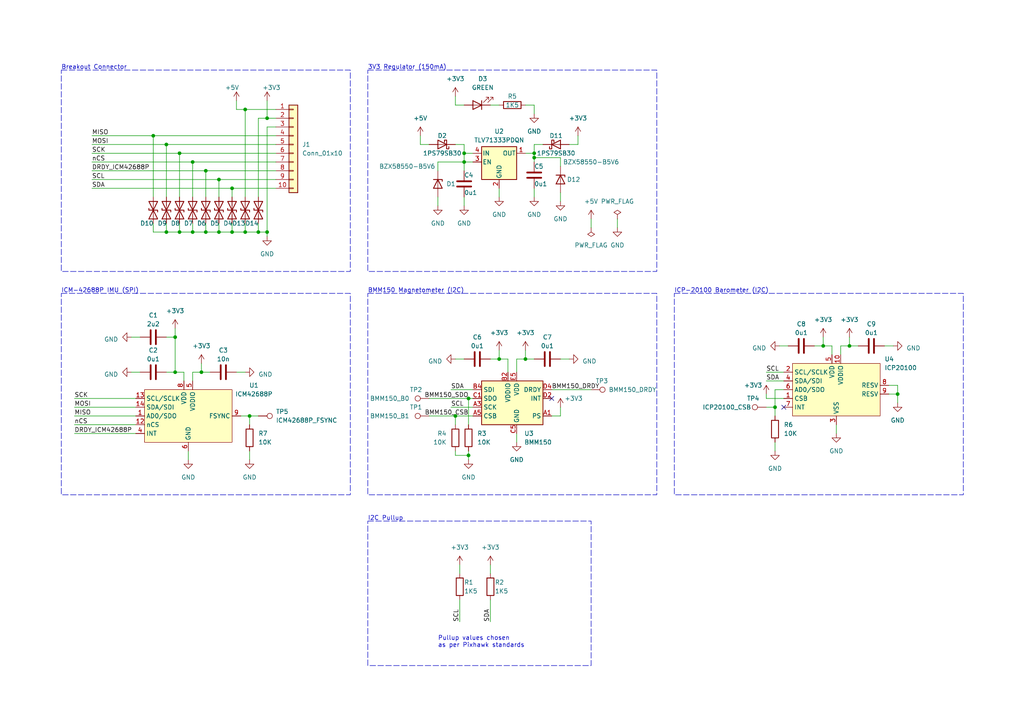
<source format=kicad_sch>
(kicad_sch (version 20230121) (generator eeschema)
  (paper "A4")
  (title_block (title "Picosensor Breakout Board") (rev "1"))
  (lib_symbols
    (symbol "Connector:TestPoint" (pin_numbers hide) (pin_names (offset 0.762) hide)
      (property "Reference" "TP" (at 0 6.858 0))
      (property "Value" "TestPoint" (at 0 5.08 0))
      (symbol "TestPoint_0_1"
        (circle (center 0 3.302) (radius 0.762))
      )
      (symbol "TestPoint_1_1"
        (pin passive line (at 0 0 90) (length 2.54) (name "1") (number "1"))
      )
    )
    (symbol "Connector_Generic:Conn_01x10" (pin_names (offset 1.016) hide)
      (property "Reference" "J" (at 0 12.7 0))
      (property "Value" "Conn_01x10" (at 0 -15.24 0))
      (symbol "Conn_01x10_1_1"
        (rectangle (start -1.27 -12.573) (end 0 -12.827) (stroke (width 0.1524)))
        (rectangle (start -1.27 -10.033) (end 0 -10.287) (stroke (width 0.1524)))
        (rectangle (start -1.27 -7.493) (end 0 -7.747) (stroke (width 0.1524)))
        (rectangle (start -1.27 -4.953) (end 0 -5.207) (stroke (width 0.1524)))
        (rectangle (start -1.27 -2.413) (end 0 -2.667) (stroke (width 0.1524)))
        (rectangle (start -1.27 0.127) (end 0 -0.127) (stroke (width 0.1524)))
        (rectangle (start -1.27 2.667) (end 0 2.413) (stroke (width 0.1524)))
        (rectangle (start -1.27 5.207) (end 0 4.953) (stroke (width 0.1524)))
        (rectangle (start -1.27 7.747) (end 0 7.493) (stroke (width 0.1524)))
        (rectangle (start -1.27 10.287) (end 0 10.033) (stroke (width 0.1524)))
        (rectangle (start -1.27 11.43) (end 1.27 -13.97) (stroke (width 0.254)) (fill (type background)))
        (pin passive line (at -5.08 10.16 0) (length 3.81) (name "Pin_1") (number "1"))
        (pin passive line (at -5.08 -12.7 0) (length 3.81) (name "Pin_10") (number "10"))
        (pin passive line (at -5.08 7.62 0) (length 3.81) (name "Pin_2") (number "2"))
        (pin passive line (at -5.08 5.08 0) (length 3.81) (name "Pin_3") (number "3"))
        (pin passive line (at -5.08 2.54 0) (length 3.81) (name "Pin_4") (number "4"))
        (pin passive line (at -5.08 0 0) (length 3.81) (name "Pin_5") (number "5"))
        (pin passive line (at -5.08 -2.54 0) (length 3.81) (name "Pin_6") (number "6"))
        (pin passive line (at -5.08 -5.08 0) (length 3.81) (name "Pin_7") (number "7"))
        (pin passive line (at -5.08 -7.62 0) (length 3.81) (name "Pin_8") (number "8"))
        (pin passive line (at -5.08 -10.16 0) (length 3.81) (name "Pin_9") (number "9"))
      )
    )
    (symbol "Device:C" (pin_numbers hide) (pin_names (offset 0.254))
      (property "Reference" "C" (at 0.635 2.54 0))
      (property "Value" "C" (at 0.635 -2.54 0))
      (symbol "C_0_1"
        (polyline (pts (xy -2.032 -0.762) (xy 2.032 -0.762)) (stroke (width 0.508)))
        (polyline (pts (xy -2.032 0.762) (xy 2.032 0.762)) (stroke (width 0.508)))
      )
      (symbol "C_1_1"
        (pin passive line (at 0 3.81 270) (length 2.794) (name "~") (number "1"))
        (pin passive line (at 0 -3.81 90) (length 2.794) (name "~") (number "2"))
      )
    )
    (symbol "Device:D_Schottky" (pin_numbers hide) (pin_names (offset 1.016) hide)
      (property "Reference" "D" (at 0 2.54 0))
      (property "Value" "D_Schottky" (at 0 -2.54 0))
      (symbol "D_Schottky_0_1"
        (polyline (pts (xy 1.27 0) (xy -1.27 0)))
        (polyline (pts (xy 1.27 1.27) (xy 1.27 -1.27) (xy -1.27 0) (xy 1.27 1.27)) (stroke (width 0.254)))
        (polyline (pts (xy -1.905 0.635) (xy -1.905 1.27) (xy -1.27 1.27) (xy -1.27 -1.27) (xy -0.635 -1.27) (xy -0.635 -0.635)) (stroke (width 0.254)))
      )
      (symbol "D_Schottky_1_1"
        (pin passive line (at -3.81 0 0) (length 2.54) (name "K") (number "1"))
        (pin passive line (at 3.81 0 180) (length 2.54) (name "A") (number "2"))
      )
    )
    (symbol "Device:D_TVS" (pin_numbers hide) (pin_names (offset 1.016) hide)
      (property "Reference" "D" (at 0 2.54 0))
      (property "Value" "D_TVS" (at 0 -2.54 0))
      (symbol "D_TVS_0_1"
        (polyline (pts (xy 1.27 0) (xy -1.27 0)))
        (polyline (pts (xy 0.508 1.27) (xy 0 1.27) (xy 0 -1.27) (xy -0.508 -1.27)) (stroke (width 0.254)))
        (polyline (pts (xy -2.54 1.27) (xy -2.54 -1.27) (xy 2.54 1.27) (xy 2.54 -1.27) (xy -2.54 1.27)) (stroke (width 0.254)))
      )
      (symbol "D_TVS_1_1"
        (pin passive line (at -3.81 0 0) (length 2.54) (name "A1") (number "1"))
        (pin passive line (at 3.81 0 180) (length 2.54) (name "A2") (number "2"))
      )
    )
    (symbol "Device:D_Zener" (pin_numbers hide) (pin_names (offset 1.016) hide)
      (property "Reference" "D" (at 0 2.54 0))
      (property "Value" "D_Zener" (at 0 -2.54 0))
      (symbol "D_Zener_0_1"
        (polyline (pts (xy 1.27 0) (xy -1.27 0)))
        (polyline (pts (xy -1.27 -1.27) (xy -1.27 1.27) (xy -0.762 1.27)) (stroke (width 0.254)))
        (polyline (pts (xy 1.27 -1.27) (xy 1.27 1.27) (xy -1.27 0) (xy 1.27 -1.27)) (stroke (width 0.254)))
      )
      (symbol "D_Zener_1_1"
        (pin passive line (at -3.81 0 0) (length 2.54) (name "K") (number "1"))
        (pin passive line (at 3.81 0 180) (length 2.54) (name "A") (number "2"))
      )
    )
    (symbol "Device:LED" (pin_numbers hide) (pin_names (offset 1.016) hide)
      (property "Reference" "D" (at 0 2.54 0))
      (property "Value" "LED" (at 0 -2.54 0))
      (symbol "LED_0_1"
        (polyline (pts (xy -1.27 -1.27) (xy -1.27 1.27)) (stroke (width 0.254)))
        (polyline (pts (xy -1.27 0) (xy 1.27 0)))
        (polyline (pts (xy 1.27 -1.27) (xy 1.27 1.27) (xy -1.27 0) (xy 1.27 -1.27)) (stroke (width 0.254)))
        (polyline (pts (xy -3.048 -0.762) (xy -4.572 -2.286) (xy -3.81 -2.286) (xy -4.572 -2.286) (xy -4.572 -1.524)))
        (polyline (pts (xy -1.778 -0.762) (xy -3.302 -2.286) (xy -2.54 -2.286) (xy -3.302 -2.286) (xy -3.302 -1.524)))
      )
      (symbol "LED_1_1"
        (pin passive line (at -3.81 0 0) (length 2.54) (name "K") (number "1"))
        (pin passive line (at 3.81 0 180) (length 2.54) (name "A") (number "2"))
      )
    )
    (symbol "Device:R" (pin_numbers hide) (pin_names (offset 0))
      (property "Reference" "R" (at 2.032 0 90))
      (property "Value" "R" (at 0 0 90))
      (symbol "R_0_1"
        (rectangle (start -1.016 -2.54) (end 1.016 2.54) (stroke (width 0.254)))
      )
      (symbol "R_1_1"
        (pin passive line (at 0 3.81 270) (length 1.27) (name "~") (number "1"))
        (pin passive line (at 0 -3.81 90) (length 1.27) (name "~") (number "2"))
      )
    )
    (symbol "ICM42605:ICM42605"
      (property "Reference" "U" (at -7.62 8.89 0))
      (property "Value" "ICM42605" (at 7.62 8.89 0))
      (symbol "ICM42605_0_1"
        (rectangle (start -12.7 7.62) (end 12.7 -7.62) (stroke (width 0.1524)) (fill (type background)))
      )
      (symbol "ICM42605_1_1"
        (pin bidirectional line (at -15.24 0 0) (length 2.54) (name "AD0/SDO") (number "1"))
        (pin input line (at -15.24 -2.54 0) (length 2.54) (name "nCS") (number "12"))
        (pin input line (at -15.24 5.08 0) (length 2.54) (name "SCL/SCLK") (number "13"))
        (pin bidirectional line (at -15.24 2.54 0) (length 2.54) (name "SDA/SDI") (number "14"))
        (pin output line (at -15.24 -5.08 0) (length 2.54) (name "INT") (number "4"))
        (pin power_in line (at 1.27 10.16 270) (length 2.54) (name "VDDIO") (number "5"))
        (pin power_in line (at 0 -10.16 90) (length 2.54) (name "GND") (number "6"))
        (pin power_in line (at -1.27 10.16 270) (length 2.54) (name "VDD") (number "8"))
        (pin passive line (at 15.24 0 180) (length 2.54) (name "FSYNC") (number "9"))
      )
    )
    (symbol "Invensense_ICP:ICP20100"
      (property "Reference" "U" (at -7.62 8.89 0))
      (property "Value" "ICP20100" (at 7.62 8.89 0))
      (symbol "ICP20100_0_1"
        (rectangle (start -12.7 7.62) (end 12.7 -7.62) (stroke (width 0.1524)) (fill (type background)))
      )
      (symbol "ICP20100_1_1"
        (pin input line (at -15.24 -2.54 0) (length 2.54) (name "CSB") (number "1"))
        (pin power_in line (at 1.27 10.16 270) (length 2.54) (name "VDDIO") (number "10"))
        (pin input line (at -15.24 5.08 0) (length 2.54) (name "SCL/SCLK") (number "2"))
        (pin power_in line (at 0 -10.16 90) (length 2.54) (name "VSS") (number "3"))
        (pin bidirectional line (at -15.24 2.54 0) (length 2.54) (name "SDA/SDI") (number "4"))
        (pin power_in line (at -1.27 10.16 270) (length 2.54) (name "VDD") (number "5"))
        (pin bidirectional line (at -15.24 0 0) (length 2.54) (name "AD0/SDO") (number "6"))
        (pin output line (at -15.24 -5.08 0) (length 2.54) (name "INT") (number "7"))
        (pin passive line (at 15.24 1.27 180) (length 2.54) (name "RESV") (number "8"))
        (pin passive line (at 15.24 -1.27 180) (length 2.54) (name "RESV") (number "9"))
      )
    )
    (symbol "Sensor_Magnetic:BMM150"
      (property "Reference" "U" (at -10.16 6.35 0))
      (property "Value" "BMM150" (at 7.62 6.35 0))
      (symbol "BMM150_0_1"
        (rectangle (start -10.16 5.08) (end 7.62 -7.62) (stroke (width 0.254)) (fill (type background)))
      )
      (symbol "BMM150_1_1"
        (pin input line (at 10.16 -5.08 180) (length 2.54) (name "PS") (number "A1"))
        (pin bidirectional line (at -12.7 -2.54 0) (length 2.54) (name "SCK") (number "A3"))
        (pin input line (at -12.7 -5.08 0) (length 2.54) (name "CSB") (number "A5"))
        (pin power_in line (at -2.54 7.62 270) (length 2.54) (name "VDDIO") (number "B2"))
        (pin bidirectional line (at -12.7 2.54 0) (length 2.54) (name "SDI") (number "B4"))
        (pin bidirectional line (at -12.7 0 0) (length 2.54) (name "SDO") (number "C1"))
        (pin power_in line (at 0 -10.16 90) (length 2.54) (name "GND") (number "C5"))
        (pin output line (at 10.16 0 180) (length 2.54) (name "INT") (number "D2"))
        (pin output line (at 10.16 2.54 180) (length 2.54) (name "DRDY") (number "D4"))
        (pin passive line (at 0 -10.16 90) (length 2.54) hide (name "GND") (number "E1"))
        (pin passive line (at 0 -10.16 90) (length 2.54) hide (name "GND") (number "E3"))
        (pin power_in line (at 0 7.62 270) (length 2.54) (name "VDD") (number "E5"))
      )
    )
    (symbol "TLV71333PDQ:TLV71333PDQN" (pin_names (offset 0.254))
      (property "Reference" "U" (at -3.81 5.715 0))
      (property "Value" "TLV71333PDQN" (at 0 5.715 0))
      (symbol "TLV71333PDQN_0_1"
        (rectangle (start -5.08 4.445) (end 5.08 -5.08) (stroke (width 0.254)) (fill (type background)))
      )
      (symbol "TLV71333PDQN_1_1"
        (pin power_out line (at 7.62 2.54 180) (length 2.54) (name "OUT") (number "1"))
        (pin power_in line (at 0 -7.62 90) (length 2.54) (name "GND") (number "2"))
        (pin input line (at -7.62 0 0) (length 2.54) (name "EN") (number "3"))
        (pin power_in line (at -7.62 2.54 0) (length 2.54) (name "IN") (number "4"))
        (pin power_in line (at 0 -7.62 90) (length 2.54) hide (name "GND") (number "5"))
      )
    )
    (symbol "power:+3V3" (power) (pin_names (offset 0))
      (property "Value" "+3V3" (at 0 3.556 0))
      (symbol "+3V3_0_1"
        (polyline (pts (xy -0.762 1.27) (xy 0 2.54)))
        (polyline (pts (xy 0 0) (xy 0 2.54)))
        (polyline (pts (xy 0 2.54) (xy 0.762 1.27)))
      )
      (symbol "+3V3_1_1"
        (pin power_in line (at 0 0 90) (length 0) hide (name "+3V3") (number "1"))
      )
    )
    (symbol "power:+5V" (power) (pin_names (offset 0))
      (property "Value" "+5V" (at 0 3.556 0))
      (symbol "+5V_0_1"
        (polyline (pts (xy -0.762 1.27) (xy 0 2.54)))
        (polyline (pts (xy 0 0) (xy 0 2.54)))
        (polyline (pts (xy 0 2.54) (xy 0.762 1.27)))
      )
      (symbol "+5V_1_1"
        (pin power_in line (at 0 0 90) (length 0) hide (name "+5V") (number "1"))
      )
    )
    (symbol "power:GND" (power) (pin_names (offset 0))
      (property "Value" "GND" (at 0 -3.81 0))
      (symbol "GND_0_1"
        (polyline (pts (xy 0 0) (xy 0 -1.27) (xy 1.27 -1.27) (xy 0 -2.54) (xy -1.27 -1.27) (xy 0 -1.27)))
      )
      (symbol "GND_1_1"
        (pin power_in line (at 0 0 270) (length 0) hide (name "GND") (number "1"))
      )
    )
    (symbol "power:PWR_FLAG" (power) (pin_numbers hide) (pin_names (offset 0) hide)
      (property "Value" "PWR_FLAG" (at 0 3.81 0))
      (symbol "PWR_FLAG_0_0"
        (pin power_out line (at 0 0 90) (length 0) (name "pwr") (number "1"))
      )
      (symbol "PWR_FLAG_0_1"
        (polyline (pts (xy 0 0) (xy 0 1.27) (xy -1.016 1.905) (xy 0 2.54) (xy 1.016 1.905) (xy 0 1.27)))
      )
    )
  )
  (junction (at 52.07 44.45))
  (junction (at 63.5 52.07))
  (junction (at 132.08 120.65))
  (junction (at 154.94 45.72))
  (junction (at 71.12 67.31))
  (junction (at 67.31 54.61))
  (junction (at 77.47 67.31))
  (junction (at 74.93 67.31))
  (junction (at 48.26 67.31))
  (junction (at 52.07 67.31))
  (junction (at 260.35 114.3))
  (junction (at 144.78 104.14))
  (junction (at 59.69 49.53))
  (junction (at 154.94 44.45))
  (junction (at 48.26 41.91))
  (junction (at 50.8 107.95) (diameter 0.9144))
  (junction (at 50.8 97.79) (diameter 0.9144))
  (junction (at 224.79 118.11))
  (junction (at 135.89 132.08))
  (junction (at 72.39 120.65))
  (junction (at 246.38 100.33) (diameter 0.9144))
  (junction (at 59.69 67.31))
  (junction (at 44.45 39.37))
  (junction (at 71.12 31.75))
  (junction (at 134.62 46.99))
  (junction (at 58.42 107.95) (diameter 0.9144))
  (junction (at 55.88 67.31))
  (junction (at 134.62 44.45))
  (junction (at 135.89 115.57))
  (junction (at 63.5 67.31))
  (junction (at 238.76 100.33))
  (junction (at 152.4 104.14) (diameter 0.9144))
  (junction (at 55.88 46.99))
  (junction (at 67.31 67.31))
  (junction (at 77.47 34.29))
  (no_connect (at 160.02 115.57))
  (no_connect (at 227.33 118.11))
  (wire (pts (xy 130.81 113.03) (xy 137.16 113.03)))
  (wire (pts (xy 132.08 27.94) (xy 132.08 30.48)))
  (wire (pts (xy 59.69 49.53) (xy 80.01 49.53)))
  (wire (pts (xy 224.79 128.27) (xy 224.79 130.81)))
  (wire (pts (xy 71.12 31.75) (xy 71.12 57.15)))
  (wire (pts (xy 71.12 67.31) (xy 71.12 64.77)))
  (wire (pts (xy 26.67 54.61) (xy 67.31 54.61)))
  (wire (pts (xy 26.67 52.07) (xy 63.5 52.07)))
  (wire (pts (xy 74.93 67.31) (xy 77.47 67.31)))
  (wire (pts (xy 162.56 55.88) (xy 162.56 58.42)))
  (wire (pts (xy 63.5 52.07) (xy 80.01 52.07)))
  (wire (pts (xy 67.31 57.15) (xy 67.31 54.61)))
  (wire (pts (xy 152.4 101.6) (xy 152.4 104.14)))
  (wire (pts (xy 246.38 97.79) (xy 246.38 100.33)))
  (wire (pts (xy 132.08 120.65) (xy 132.08 123.19)))
  (wire (pts (xy 50.8 95.25) (xy 50.8 97.79)))
  (wire (pts (xy 130.81 118.11) (xy 137.16 118.11)))
  (wire (pts (xy 77.47 34.29) (xy 80.01 34.29)))
  (wire (pts (xy 77.47 36.83) (xy 77.47 67.31)))
  (wire (pts (xy 154.94 45.72) (xy 154.94 46.99)))
  (wire (pts (xy 68.58 29.21) (xy 68.58 31.75)))
  (wire (pts (xy 222.25 110.49) (xy 227.33 110.49)))
  (wire (pts (xy 162.56 45.72) (xy 162.56 48.26)))
  (wire (pts (xy 38.1 107.95) (xy 40.64 107.95)))
  (wire (pts (xy 44.45 39.37) (xy 80.01 39.37)))
  (wire (pts (xy 154.94 30.48) (xy 152.4 30.48)))
  (wire (pts (xy 67.31 67.31) (xy 71.12 67.31)))
  (wire (pts (xy 26.67 41.91) (xy 48.26 41.91)))
  (wire (pts (xy 52.07 44.45) (xy 80.01 44.45)))
  (wire (pts (xy 77.47 67.31) (xy 77.47 68.58)))
  (wire (pts (xy 243.84 102.87) (xy 243.84 100.33)))
  (wire (pts (xy 48.26 41.91) (xy 48.26 57.15)))
  (wire (pts (xy 256.54 100.33) (xy 259.08 100.33)))
  (wire (pts (xy 167.64 39.37) (xy 167.64 41.91)))
  (wire (pts (xy 77.47 29.21) (xy 77.47 34.29)))
  (wire (pts (xy 154.94 45.72) (xy 162.56 45.72)))
  (wire (pts (xy 58.42 107.95) (xy 60.96 107.95)))
  (wire (pts (xy 224.79 118.11) (xy 224.79 120.65)))
  (wire (pts (xy 74.93 34.29) (xy 74.93 57.15)))
  (wire (pts (xy 147.32 104.14) (xy 147.32 107.95)))
  (wire (pts (xy 134.62 41.91) (xy 134.62 44.45)))
  (wire (pts (xy 162.56 104.14) (xy 165.1 104.14)))
  (wire (pts (xy 257.81 111.76) (xy 260.35 111.76)))
  (wire (pts (xy 134.62 44.45) (xy 137.16 44.45)))
  (wire (pts (xy 52.07 67.31) (xy 52.07 64.77)))
  (wire (pts (xy 127 46.99) (xy 127 49.53)))
  (wire (pts (xy 154.94 41.91) (xy 157.48 41.91)))
  (wire (pts (xy 222.25 114.3) (xy 222.25 115.57)))
  (wire (pts (xy 48.26 67.31) (xy 48.26 64.77)))
  (wire (pts (xy 134.62 57.15) (xy 134.62 59.69)))
  (wire (pts (xy 133.35 173.99) (xy 133.35 180.34)))
  (wire (pts (xy 63.5 67.31) (xy 67.31 67.31)))
  (wire (pts (xy 21.59 115.57) (xy 39.37 115.57)))
  (wire (pts (xy 160.02 120.65) (xy 162.56 120.65)))
  (wire (pts (xy 142.24 30.48) (xy 144.78 30.48)))
  (wire (pts (xy 154.94 44.45) (xy 154.94 45.72)))
  (wire (pts (xy 238.76 100.33) (xy 241.3 100.33)))
  (wire (pts (xy 53.34 110.49) (xy 53.34 107.95)))
  (wire (pts (xy 154.94 54.61) (xy 154.94 57.15)))
  (wire (pts (xy 74.93 67.31) (xy 74.93 64.77)))
  (wire (pts (xy 72.39 120.65) (xy 74.93 120.65)))
  (wire (pts (xy 135.89 132.08) (xy 135.89 133.35)))
  (wire (pts (xy 152.4 104.14) (xy 154.94 104.14)))
  (wire (pts (xy 77.47 36.83) (xy 80.01 36.83)))
  (wire (pts (xy 48.26 41.91) (xy 80.01 41.91)))
  (wire (pts (xy 77.47 34.29) (xy 74.93 34.29)))
  (wire (pts (xy 162.56 118.11) (xy 162.56 120.65)))
  (wire (pts (xy 241.3 102.87) (xy 241.3 100.33)))
  (wire (pts (xy 50.8 107.95) (xy 48.26 107.95)))
  (wire (pts (xy 142.24 173.99) (xy 142.24 180.34)))
  (wire (pts (xy 124.46 120.65) (xy 132.08 120.65)))
  (wire (pts (xy 222.25 107.95) (xy 227.33 107.95)))
  (wire (pts (xy 21.59 120.65) (xy 39.37 120.65)))
  (wire (pts (xy 44.45 67.31) (xy 48.26 67.31)))
  (wire (pts (xy 152.4 44.45) (xy 154.94 44.45)))
  (wire (pts (xy 26.67 49.53) (xy 59.69 49.53)))
  (wire (pts (xy 48.26 67.31) (xy 52.07 67.31)))
  (wire (pts (xy 149.86 125.73) (xy 149.86 128.27)))
  (wire (pts (xy 63.5 67.31) (xy 63.5 64.77)))
  (wire (pts (xy 48.26 97.79) (xy 50.8 97.79)))
  (wire (pts (xy 38.1 97.79) (xy 40.64 97.79)))
  (wire (pts (xy 246.38 100.33) (xy 248.92 100.33)))
  (wire (pts (xy 72.39 130.81) (xy 72.39 133.35)))
  (wire (pts (xy 135.89 132.08) (xy 135.89 130.81)))
  (wire (pts (xy 144.78 101.6) (xy 144.78 104.14)))
  (wire (pts (xy 68.58 31.75) (xy 71.12 31.75)))
  (wire (pts (xy 121.92 41.91) (xy 124.46 41.91)))
  (wire (pts (xy 238.76 97.79) (xy 238.76 100.33)))
  (wire (pts (xy 167.64 41.91) (xy 165.1 41.91)))
  (wire (pts (xy 226.06 100.33) (xy 228.6 100.33)))
  (wire (pts (xy 222.25 118.11) (xy 224.79 118.11)))
  (wire (pts (xy 124.46 115.57) (xy 135.89 115.57)))
  (wire (pts (xy 171.45 63.5) (xy 171.45 66.04)))
  (wire (pts (xy 154.94 33.02) (xy 154.94 30.48)))
  (wire (pts (xy 59.69 67.31) (xy 59.69 64.77)))
  (wire (pts (xy 132.08 132.08) (xy 135.89 132.08)))
  (wire (pts (xy 133.35 163.83) (xy 133.35 166.37)))
  (wire (pts (xy 72.39 120.65) (xy 69.85 120.65)))
  (wire (pts (xy 134.62 46.99) (xy 127 46.99)))
  (wire (pts (xy 44.45 67.31) (xy 44.45 64.77)))
  (wire (pts (xy 71.12 31.75) (xy 80.01 31.75)))
  (wire (pts (xy 135.89 115.57) (xy 135.89 123.19)))
  (wire (pts (xy 144.78 54.61) (xy 144.78 57.15)))
  (wire (pts (xy 142.24 163.83) (xy 142.24 166.37)))
  (wire (pts (xy 67.31 54.61) (xy 80.01 54.61)))
  (wire (pts (xy 127 57.15) (xy 127 59.69)))
  (wire (pts (xy 132.08 130.81) (xy 132.08 132.08)))
  (wire (pts (xy 242.57 123.19) (xy 242.57 125.73)))
  (wire (pts (xy 63.5 52.07) (xy 63.5 57.15)))
  (wire (pts (xy 236.22 100.33) (xy 238.76 100.33)))
  (wire (pts (xy 222.25 115.57) (xy 227.33 115.57)))
  (wire (pts (xy 68.58 107.95) (xy 71.12 107.95)))
  (wire (pts (xy 53.34 107.95) (xy 50.8 107.95)))
  (wire (pts (xy 134.62 44.45) (xy 134.62 46.99)))
  (wire (pts (xy 132.08 30.48) (xy 134.62 30.48)))
  (wire (pts (xy 144.78 104.14) (xy 147.32 104.14)))
  (wire (pts (xy 134.62 49.53) (xy 134.62 46.99)))
  (wire (pts (xy 21.59 118.11) (xy 39.37 118.11)))
  (wire (pts (xy 224.79 113.03) (xy 224.79 118.11)))
  (wire (pts (xy 243.84 100.33) (xy 246.38 100.33)))
  (wire (pts (xy 132.08 41.91) (xy 134.62 41.91)))
  (wire (pts (xy 260.35 116.84) (xy 260.35 114.3)))
  (wire (pts (xy 26.67 46.99) (xy 55.88 46.99)))
  (wire (pts (xy 260.35 114.3) (xy 257.81 114.3)))
  (wire (pts (xy 54.61 130.81) (xy 54.61 133.35)))
  (wire (pts (xy 52.07 67.31) (xy 55.88 67.31)))
  (wire (pts (xy 26.67 44.45) (xy 52.07 44.45)))
  (wire (pts (xy 121.92 39.37) (xy 121.92 41.91)))
  (wire (pts (xy 59.69 49.53) (xy 59.69 57.15)))
  (wire (pts (xy 55.88 67.31) (xy 59.69 67.31)))
  (wire (pts (xy 55.88 110.49) (xy 55.88 107.95)))
  (wire (pts (xy 58.42 105.41) (xy 58.42 107.95)))
  (wire (pts (xy 224.79 113.03) (xy 227.33 113.03)))
  (wire (pts (xy 44.45 39.37) (xy 44.45 57.15)))
  (wire (pts (xy 260.35 111.76) (xy 260.35 114.3)))
  (wire (pts (xy 179.07 63.5) (xy 179.07 66.04)))
  (wire (pts (xy 132.08 104.14) (xy 134.62 104.14)))
  (wire (pts (xy 26.67 39.37) (xy 44.45 39.37)))
  (wire (pts (xy 55.88 46.99) (xy 80.01 46.99)))
  (wire (pts (xy 21.59 123.19) (xy 39.37 123.19)))
  (wire (pts (xy 55.88 67.31) (xy 55.88 64.77)))
  (wire (pts (xy 134.62 46.99) (xy 137.16 46.99)))
  (wire (pts (xy 67.31 67.31) (xy 67.31 64.77)))
  (wire (pts (xy 55.88 107.95) (xy 58.42 107.95)))
  (wire (pts (xy 160.02 113.03) (xy 171.45 113.03)))
  (wire (pts (xy 72.39 120.65) (xy 72.39 123.19)))
  (wire (pts (xy 149.86 104.14) (xy 149.86 107.95)))
  (wire (pts (xy 132.08 120.65) (xy 137.16 120.65)))
  (wire (pts (xy 142.24 104.14) (xy 144.78 104.14)))
  (wire (pts (xy 59.69 67.31) (xy 63.5 67.31)))
  (wire (pts (xy 55.88 46.99) (xy 55.88 57.15)))
  (wire (pts (xy 154.94 41.91) (xy 154.94 44.45)))
  (wire (pts (xy 149.86 104.14) (xy 152.4 104.14)))
  (wire (pts (xy 71.12 67.31) (xy 74.93 67.31)))
  (wire (pts (xy 50.8 97.79) (xy 50.8 107.95)))
  (wire (pts (xy 135.89 115.57) (xy 137.16 115.57)))
  (wire (pts (xy 21.59 125.73) (xy 39.37 125.73)))
  (wire (pts (xy 52.07 44.45) (xy 52.07 57.15)))
  (rectangle (start 106.68 151.13) (end 171.45 193.04) (stroke (width 0) (type dash)))
  (rectangle (start 17.78 20.32) (end 101.6 78.74) (stroke (width 0) (type dash)))
  (rectangle (start 17.78 85.09) (end 101.6 143.51) (stroke (width 0) (type dash)))
  (rectangle (start 106.68 20.32) (end 190.5 78.74) (stroke (width 0) (type dash)))
  (rectangle (start 195.58 85.09) (end 279.4 143.51) (stroke (width 0) (type dash)))
  (rectangle (start 106.68 85.09) (end 190.5 143.51) (stroke (width 0) (type dash)))
  (text "Pullup values chosen\nas per Pixhawk standards" (at 127 187.96 0) (effects (font (size 1.27 1.27)) (justify left bottom)))
  (text "3V3 Regulator (150mA)" (at 106.68 20.32 0) (effects (font (size 1.27 1.27)) (justify left bottom)))
  (text "Breakout Connector" (at 17.78 20.32 0) (effects (font (size 1.27 1.27)) (justify left bottom)))
  (text "I2C Pullup" (at 106.68 151.13 0) (effects (font (size 1.27 1.27)) (justify left bottom)))
  (text "ICP-20100 Barometer (I2C)" (at 195.58 85.09 0) (effects (font (size 1.27 1.27)) (justify left bottom)))
  (text "BMM150 Magnetometer (I2C)" (at 106.68 85.09 0) (effects (font (size 1.27 1.27)) (justify left bottom)))
  (text "ICM-42688P IMU (SPI)" (at 17.78 85.09 0) (effects (font (size 1.27 1.27)) (justify left bottom)))
  (label "MISO" (at 26.67 39.37 0))
  (label "nCS" (at 26.67 46.99 0))
  (label "SCK" (at 21.59 115.57 0))
  (label "SCL" (at 222.25 107.95 0))
  (label "SCL" (at 26.67 52.07 0))
  (label "SDA" (at 222.25 110.49 0))
  (label "DRDY_ICM42688P" (at 26.67 49.53 0))
  (label "BMM150_DRDY" (at 160.02 113.03 0))
  (label "SDA" (at 26.67 54.61 0))
  (label "SCK" (at 26.67 44.45 0))
  (label "DRDY_ICM42688P" (at 21.59 125.73 0))
  (label "MOSI" (at 26.67 41.91 0))
  (label "BMM150_CSB" (at 135.89 120.65 180))
  (label "SDA" (at 130.81 113.03 0))
  (label "SCL" (at 133.35 180.34 90))
  (label "MISO" (at 21.59 120.65 0))
  (label "SDA" (at 142.24 180.34 90))
  (label "nCS" (at 21.59 123.19 0))
  (label "SCL" (at 130.81 118.11 0))
  (label "BMM150_SDO" (at 135.89 115.57 180))
  (label "MOSI" (at 21.59 118.11 0))
  (symbol (lib_id "Connector:TestPoint") (at 171.45 113.03 270) (unit 1)
    (property "Reference" "TP3" (at 172.72 110.49 90) (effects (justify left)))
    (property "Value" "BMM150_DRDY" (at 176.53 113.03 90) (effects (justify left)))
    (property "Footprint" "TestPoint:TestPoint_Pad_1.0x1.0mm" (effects hide))
  )
  (symbol (lib_id "Device:R") (at 148.59 30.48 90) (unit 1)
    (property "Reference" "R5" (at 148.59 27.94 90))
    (property "Value" "1K5" (at 148.59 30.48 90))
    (property "Footprint" "Resistor_SMD:R_0402_1005Metric" (effects hide))
  )
  (symbol (lib_id "power:GND") (at 226.06 100.33 270) (unit 1)
    (property "Reference" "#PWR017" (effects hide))
    (property "Value" "GND" (at 222.25 100.9649 90) (effects (justify right)))
  )
  (symbol (lib_id "Device:D_TVS") (at 52.07 60.96 90) (unit 1)
    (property "Reference" "D8" (at 49.53 64.77 90) (effects (justify right)))
    (property "Value" "D_TVS" (effects hide))
    (property "Footprint" "Package_DFN_QFN_Extra:DFN1006-2" (effects hide))
  )
  (symbol (lib_id "Device:D_TVS") (at 48.26 60.96 90) (unit 1)
    (property "Reference" "D9" (at 45.72 64.77 90) (effects (justify right)))
    (property "Value" "D_TVS" (effects hide))
    (property "Footprint" "Package_DFN_QFN_Extra:DFN1006-2" (effects hide))
  )
  (symbol (lib_id "power:GND") (at 38.1 97.79 270) (unit 1)
    (property "Reference" "#PWR04" (effects hide))
    (property "Value" "GND" (at 34.29 98.4249 90) (effects (justify right)))
  )
  (symbol (lib_id "ICM42605:ICM42605") (at 54.61 120.65 0) (unit 1)
    (property "Reference" "U1" (at 73.66 111.76 0))
    (property "Value" "ICM42688P" (at 73.66 114.3 0))
    (property "Footprint" "Package_LGA:LGA-14_3x2.5mm_P0.5mm_LayoutBorder3x4y" (effects hide))
  )
  (symbol (lib_id "power:GND") (at 179.07 66.04 0) (unit 1)
    (property "Reference" "#PWR027" (effects hide))
    (property "Value" "GND" (at 179.07 71.12 0))
  )
  (symbol (lib_id "power:GND") (at 260.35 116.84 0) (unit 1)
    (property "Reference" "#PWR022" (effects hide))
    (property "Value" "GND" (at 260.35 121.92 0))
  )
  (symbol (lib_id "power:+3V3") (at 132.08 27.94 0) (unit 1)
    (property "Reference" "#PWR019" (effects hide))
    (property "Value" "+3V3" (at 132.08 22.86 0))
  )
  (symbol (lib_id "power:PWR_FLAG") (at 179.07 63.5 0) (unit 1)
    (property "Reference" "#FLG04" (effects hide))
    (property "Value" "PWR_FLAG" (at 179.07 58.42 0))
  )
  (symbol (lib_id "Sensor_Magnetic:BMM150") (at 149.86 115.57 0) (unit 1)
    (property "Reference" "U3" (at 152.0541 125.73 0) (effects (justify left)))
    (property "Value" "BMM150" (at 152.0541 128.27 0) (effects (justify left)))
    (property "Footprint" "Package_CSP:WLCSP-12_1.56x1.56mm_P0.4mm" (effects hide))
    (property "Datasheet" "https://www.mouser.com/datasheet/2/783/BST-BMM150-DS001-01-786480.pdf" (effects hide))
  )
  (symbol (lib_id "Device:D_Zener") (at 127 53.34 270) (unit 1)
    (property "Reference" "D1" (at 130.81 53.34 90))
    (property "Value" "BZX58550-B5V6" (at 118.11 48.26 90))
    (property "Footprint" "Diode_SMD:D_SOD-523" (effects hide))
  )
  (symbol (lib_id "power:+3V3") (at 238.76 97.79 0) (unit 1)
    (property "Reference" "#PWR033" (effects hide))
    (property "Value" "+3V3" (at 238.76 92.71 0))
  )
  (symbol (lib_id "power:+3V3") (at 152.4 101.6 0) (unit 1)
    (property "Reference" "#PWR030" (effects hide))
    (property "Value" "+3V3" (at 152.4 96.52 0))
  )
  (symbol (lib_id "Device:C") (at 158.75 104.14 90) (unit 1)
    (property "Reference" "C7" (at 158.75 97.79 90))
    (property "Value" "0u1" (at 158.75 100.33 90))
    (property "Footprint" "Capacitor_SMD:C_0402_1005Metric" (effects hide))
  )
  (symbol (lib_id "power:PWR_FLAG") (at 171.45 66.04 180) (unit 1)
    (property "Reference" "#FLG03" (effects hide))
    (property "Value" "PWR_FLAG" (at 171.45 71.12 0))
  )
  (symbol (lib_id "Device:R") (at 133.35 170.18 0) (unit 1)
    (property "Reference" "R1" (at 134.62 168.91 0) (effects (justify left)))
    (property "Value" "1K5" (at 134.62 171.45 0) (effects (justify left)))
    (property "Footprint" "Resistor_SMD:R_0402_1005Metric" (effects hide))
  )
  (symbol (lib_id "Connector:TestPoint") (at 74.93 120.65 270) (unit 1)
    (property "Reference" "TP5" (at 80.01 119.38 90) (effects (justify left)))
    (property "Value" "ICM42688P_FSYNC" (at 80.01 121.92 90) (effects (justify left)))
    (property "Footprint" "TestPoint:TestPoint_Pad_1.0x1.0mm" (effects hide))
  )
  (symbol (lib_id "power:GND") (at 132.08 104.14 270) (unit 1)
    (property "Reference" "#PWR014" (effects hide))
    (property "Value" "GND" (at 128.27 104.7749 90) (effects (justify right)))
  )
  (symbol (lib_id "power:GND") (at 134.62 59.69 0) (unit 1)
    (property "Reference" "#PWR012" (effects hide))
    (property "Value" "GND" (at 134.62 64.77 0))
  )
  (symbol (lib_id "Device:D_TVS") (at 67.31 60.96 90) (unit 1)
    (property "Reference" "D4" (at 64.77 64.77 90) (effects (justify right)))
    (property "Value" "D_TVS" (effects hide))
    (property "Footprint" "Package_DFN_QFN_Extra:DFN1006-2" (effects hide))
  )
  (symbol (lib_id "power:+3V3") (at 133.35 163.83 0) (unit 1)
    (property "Reference" "#PWR036" (effects hide))
    (property "Value" "+3V3" (at 133.35 158.75 0))
  )
  (symbol (lib_id "Device:C") (at 138.43 104.14 90) (unit 1)
    (property "Reference" "C6" (at 138.43 97.79 90))
    (property "Value" "0u1" (at 138.43 100.33 90))
    (property "Footprint" "Capacitor_SMD:C_0402_1005Metric" (effects hide))
  )
  (symbol (lib_id "Device:D_TVS") (at 55.88 60.96 90) (unit 1)
    (property "Reference" "D7" (at 53.34 64.77 90) (effects (justify right)))
    (property "Value" "D_TVS" (effects hide))
    (property "Footprint" "Package_DFN_QFN_Extra:DFN1006-2" (effects hide))
  )
  (symbol (lib_id "power:+3V3") (at 162.56 118.11 0) (unit 1)
    (property "Reference" "#PWR032" (effects hide))
    (property "Value" "+3V3" (at 166.37 115.57 0))
  )
  (symbol (lib_id "power:GND") (at 71.12 107.95 90) (unit 1)
    (property "Reference" "#PWR07" (effects hide))
    (property "Value" "GND" (at 74.93 108.5849 90) (effects (justify right)))
  )
  (symbol (lib_id "Device:C") (at 134.62 53.34 0) (unit 1)
    (property "Reference" "C4" (at 134.62 50.8 0) (effects (justify left)))
    (property "Value" "0u1" (at 134.62 55.88 0) (effects (justify left)))
    (property "Footprint" "Capacitor_SMD:C_0603_1608Metric" (effects hide))
  )
  (symbol (lib_id "power:+5V") (at 171.45 63.5 0) (unit 1)
    (property "Reference" "#PWR026" (effects hide))
    (property "Value" "+5V" (at 171.45 58.42 0))
  )
  (symbol (lib_id "Device:C") (at 154.94 50.8 0) (unit 1)
    (property "Reference" "C5" (at 154.94 48.26 0) (effects (justify left)))
    (property "Value" "0u1" (at 154.94 53.34 0) (effects (justify left)))
    (property "Footprint" "Capacitor_SMD:C_0603_1608Metric" (effects hide))
  )
  (symbol (lib_id "Device:R") (at 135.89 127 0) (unit 1)
    (property "Reference" "R3" (at 138.43 125.73 0) (effects (justify left)))
    (property "Value" "10K" (at 138.43 128.27 0) (effects (justify left)))
    (property "Footprint" "Resistor_SMD:R_0402_1005Metric" (effects hide))
  )
  (symbol (lib_id "power:GND") (at 127 59.69 0) (unit 1)
    (property "Reference" "#PWR011" (effects hide))
    (property "Value" "GND" (at 127 64.77 0))
  )
  (symbol (lib_id "power:GND") (at 135.89 133.35 0) (unit 1)
    (property "Reference" "#PWR031" (effects hide))
    (property "Value" "GND" (at 135.89 138.43 0))
  )
  (symbol (lib_id "power:GND") (at 144.78 57.15 0) (unit 1)
    (property "Reference" "#PWR013" (effects hide))
    (property "Value" "GND" (at 144.78 62.23 0))
  )
  (symbol (lib_id "power:GND") (at 154.94 57.15 0) (unit 1)
    (property "Reference" "#PWR024" (effects hide))
    (property "Value" "GND" (at 154.94 62.23 0))
  )
  (symbol (lib_id "Device:D_TVS") (at 59.69 60.96 90) (unit 1)
    (property "Reference" "D6" (at 57.15 64.77 90) (effects (justify right)))
    (property "Value" "D_TVS" (effects hide))
    (property "Footprint" "Package_DFN_QFN_Extra:DFN1006-2" (effects hide))
  )
  (symbol (lib_id "Device:D_Schottky") (at 161.29 41.91 0) (mirror x) (unit 1)
    (property "Reference" "D11" (at 161.29 39.37 0))
    (property "Value" "1PS79SB30" (at 161.29 44.45 0))
    (property "Footprint" "Diode_SMD:D_SOD-523" (effects hide))
  )
  (symbol (lib_id "power:GND") (at 149.86 128.27 0) (unit 1)
    (property "Reference" "#PWR015" (effects hide))
    (property "Value" "GND" (at 149.86 133.35 0))
  )
  (symbol (lib_id "power:GND") (at 224.79 130.81 0) (unit 1)
    (property "Reference" "#PWR018" (effects hide))
    (property "Value" "GND" (at 224.79 135.89 0))
  )
  (symbol (lib_id "Device:R") (at 142.24 170.18 0) (unit 1)
    (property "Reference" "R2" (at 143.51 168.91 0) (effects (justify left)))
    (property "Value" "1K5" (at 143.51 171.45 0) (effects (justify left)))
    (property "Footprint" "Resistor_SMD:R_0402_1005Metric" (effects hide))
  )
  (symbol (lib_id "power:GND") (at 259.08 100.33 90) (unit 1)
    (property "Reference" "#PWR021" (effects hide))
    (property "Value" "GND" (at 262.89 100.9649 90) (effects (justify right)))
  )
  (symbol (lib_id "power:+3V3") (at 222.25 114.3 0) (unit 1)
    (property "Reference" "#PWR035" (effects hide))
    (property "Value" "+3V3" (at 218.44 111.76 0))
  )
  (symbol (lib_id "Device:LED") (at 138.43 30.48 180) (unit 1)
    (property "Reference" "D3" (at 140.0175 22.86 0))
    (property "Value" "GREEN" (at 140.0175 25.4 0))
    (property "Footprint" "LED_SMD:LED_0402_1005Metric" (effects hide))
    (property "Part" "QBLP595-IG" (effects hide))
  )
  (symbol (lib_id "Device:D_TVS") (at 63.5 60.96 90) (unit 1)
    (property "Reference" "D5" (at 60.96 64.77 90) (effects (justify right)))
    (property "Value" "D_TVS" (effects hide))
    (property "Footprint" "Package_DFN_QFN_Extra:DFN1006-2" (effects hide))
  )
  (symbol (lib_id "Connector:TestPoint") (at 124.46 120.65 90) (unit 1)
    (property "Reference" "TP1" (at 120.65 118.11 90))
    (property "Value" "BMM150_B1" (at 113.03 120.65 90))
    (property "Footprint" "TestPoint:TestPoint_Pad_1.0x1.0mm" (effects hide))
  )
  (symbol (lib_id "power:GND") (at 77.47 68.58 0) (unit 1)
    (property "Reference" "#PWR03" (effects hide))
    (property "Value" "GND" (at 77.47 73.66 0))
  )
  (symbol (lib_id "power:GND") (at 54.61 133.35 0) (unit 1)
    (property "Reference" "#PWR06" (effects hide))
    (property "Value" "GND" (at 54.61 138.43 0))
  )
  (symbol (lib_id "Device:C") (at 44.45 107.95 90) (unit 1)
    (property "Reference" "C2" (at 44.45 101.6 90))
    (property "Value" "0u1" (at 44.45 104.14 90))
    (property "Footprint" "Capacitor_SMD:C_0402_1005Metric" (effects hide))
  )
  (symbol (lib_id "Device:D_TVS") (at 44.45 60.96 90) (unit 1)
    (property "Reference" "D10" (at 40.64 64.77 90) (effects (justify right)))
    (property "Value" "D_TVS" (effects hide))
    (property "Footprint" "Package_DFN_QFN_Extra:DFN1006-2" (effects hide))
  )
  (symbol (lib_id "Device:C") (at 64.77 107.95 90) (unit 1)
    (property "Reference" "C3" (at 64.77 101.6 90))
    (property "Value" "10n" (at 64.77 104.14 90))
    (property "Footprint" "Capacitor_SMD:C_0402_1005Metric" (effects hide))
  )
  (symbol (lib_id "power:GND") (at 72.39 133.35 0) (unit 1)
    (property "Reference" "#PWR08" (effects hide))
    (property "Value" "GND" (at 72.39 138.43 0))
  )
  (symbol (lib_id "power:+3V3") (at 246.38 97.79 0) (unit 1)
    (property "Reference" "#PWR034" (effects hide))
    (property "Value" "+3V3" (at 246.38 92.71 0))
  )
  (symbol (lib_id "power:+3V3") (at 167.64 39.37 0) (unit 1)
    (property "Reference" "#PWR023" (effects hide))
    (property "Value" "+3V3" (at 167.64 34.29 0))
  )
  (symbol (lib_id "Device:R") (at 224.79 124.46 0) (unit 1)
    (property "Reference" "R6" (at 227.33 123.19 0) (effects (justify left)))
    (property "Value" "10K" (at 227.33 125.73 0) (effects (justify left)))
    (property "Footprint" "Resistor_SMD:R_0402_1005Metric" (effects hide))
  )
  (symbol (lib_id "Connector_Generic:Conn_01x10") (at 85.09 41.91 0) (unit 1)
    (property "Reference" "J1" (at 87.63 41.91 0) (effects (justify left)))
    (property "Value" "Conn_01x10" (at 87.63 44.45 0) (effects (justify left)))
    (property "Footprint" "Connector_PinHeader_2.54mm:PinHeader_1x10_P2.54mm_Vertical" (effects hide))
  )
  (symbol (lib_id "TLV71333PDQ:TLV71333PDQN") (at 144.78 46.99 0) (unit 1)
    (property "Reference" "U2" (at 144.78 38.1 0))
    (property "Value" "TLV71333PDQN" (at 144.78 40.64 0))
    (property "Footprint" "Package_SON:Texas_X2SON-4_1x1mm_P0.65mm" (effects hide))
    (property "Datasheet" "http://www.ti.com/lit/ds/symlink/tlv713p.pdf" (effects hide))
  )
  (symbol (lib_id "power:GND") (at 242.57 125.73 0) (unit 1)
    (property "Reference" "#PWR020" (effects hide))
    (property "Value" "GND" (at 242.57 130.81 0))
  )
  (symbol (lib_id "power:+3V3") (at 144.78 101.6 0) (unit 1)
    (property "Reference" "#PWR029" (effects hide))
    (property "Value" "+3V3" (at 144.78 96.52 0))
  )
  (symbol (lib_id "Device:R") (at 132.08 127 0) (mirror y) (unit 1)
    (property "Reference" "R4" (at 129.54 125.73 0) (effects (justify left)))
    (property "Value" "10K" (at 129.54 128.27 0) (effects (justify left)))
    (property "Footprint" "Resistor_SMD:R_0402_1005Metric" (effects hide))
  )
  (symbol (lib_id "power:GND") (at 165.1 104.14 90) (unit 1)
    (property "Reference" "#PWR016" (effects hide))
    (property "Value" "GND" (at 168.91 104.7749 90) (effects (justify right)))
  )
  (symbol (lib_id "Device:C") (at 232.41 100.33 90) (unit 1)
    (property "Reference" "C8" (at 232.41 93.98 90))
    (property "Value" "0u1" (at 232.41 96.52 90))
    (property "Footprint" "Capacitor_SMD:C_0402_1005Metric" (effects hide))
  )
  (symbol (lib_id "power:GND") (at 162.56 58.42 0) (mirror y) (unit 1)
    (property "Reference" "#PWR038" (effects hide))
    (property "Value" "GND" (at 162.56 63.5 0))
  )
  (symbol (lib_id "power:+3V3") (at 58.42 105.41 0) (unit 1)
    (property "Reference" "#PWR028" (effects hide))
    (property "Value" "+3V3" (at 58.42 100.33 0))
  )
  (symbol (lib_id "Device:D_Zener") (at 162.56 52.07 270) (unit 1)
    (property "Reference" "D12" (at 166.37 52.07 90))
    (property "Value" "BZX58550-B5V6" (at 171.45 46.99 90))
    (property "Footprint" "Diode_SMD:D_SOD-523" (effects hide))
  )
  (symbol (lib_id "Device:D_TVS") (at 74.93 60.96 90) (unit 1)
    (property "Reference" "D14" (at 71.12 64.77 90) (effects (justify right)))
    (property "Value" "D_TVS" (effects hide))
    (property "Footprint" "Package_DFN_QFN_Extra:DFN1006-2" (effects hide))
  )
  (symbol (lib_id "Device:C") (at 252.73 100.33 90) (unit 1)
    (property "Reference" "C9" (at 252.73 93.98 90))
    (property "Value" "0u1" (at 252.73 96.52 90))
    (property "Footprint" "Capacitor_SMD:C_0402_1005Metric" (effects hide))
  )
  (symbol (lib_id "Device:C") (at 44.45 97.79 90) (unit 1)
    (property "Reference" "C1" (at 44.45 91.44 90))
    (property "Value" "2u2" (at 44.45 93.98 90))
    (property "Footprint" "Capacitor_SMD:C_0402_1005Metric" (effects hide))
  )
  (symbol (lib_id "power:GND") (at 154.94 33.02 0) (unit 1)
    (property "Reference" "#PWR025" (effects hide))
    (property "Value" "~" (at 154.94 38.1 0))
  )
  (symbol (lib_id "power:+3V3") (at 77.47 29.21 0) (unit 1)
    (property "Reference" "#PWR01" (effects hide))
    (property "Value" "+3V3" (at 78.74 25.4 0))
  )
  (symbol (lib_id "power:GND") (at 38.1 107.95 270) (unit 1)
    (property "Reference" "#PWR05" (effects hide))
    (property "Value" "GND" (at 34.29 108.5849 90) (effects (justify right)))
  )
  (symbol (lib_id "Connector:TestPoint") (at 222.25 118.11 90) (unit 1)
    (property "Reference" "TP4" (at 218.44 115.57 90))
    (property "Value" "ICP20100_CSB" (at 210.82 118.11 90))
    (property "Footprint" "TestPoint:TestPoint_Pad_1.0x1.0mm" (effects hide))
  )
  (symbol (lib_id "power:+3V3") (at 142.24 163.83 0) (unit 1)
    (property "Reference" "#PWR037" (effects hide))
    (property "Value" "+3V3" (at 142.24 158.75 0))
  )
  (symbol (lib_id "power:+5V") (at 68.58 29.21 0) (unit 1)
    (property "Reference" "#PWR02" (effects hide))
    (property "Value" "+5V" (at 67.31 25.4 0))
  )
  (symbol (lib_id "Device:D_TVS") (at 71.12 60.96 90) (unit 1)
    (property "Reference" "D13" (at 67.31 64.77 90) (effects (justify right)))
    (property "Value" "D_TVS" (effects hide))
    (property "Footprint" "Package_DFN_QFN_Extra:DFN1006-2" (effects hide))
  )
  (symbol (lib_id "Device:D_Schottky") (at 128.27 41.91 180) (unit 1)
    (property "Reference" "D2" (at 128.27 39.37 0))
    (property "Value" "1PS79SB30" (at 128.27 44.45 0))
    (property "Footprint" "Diode_SMD:D_SOD-523" (effects hide))
  )
  (symbol (lib_id "Device:R") (at 72.39 127 0) (unit 1)
    (property "Reference" "R7" (at 74.93 125.73 0) (effects (justify left)))
    (property "Value" "10K" (at 74.93 128.27 0) (effects (justify left)))
    (property "Footprint" "Resistor_SMD:R_0402_1005Metric" (effects hide))
  )
  (symbol (lib_id "power:+5V") (at 121.92 39.37 0) (unit 1)
    (property "Reference" "#PWR010" (effects hide))
    (property "Value" "+5V" (at 121.92 34.29 0))
  )
  (symbol (lib_id "Invensense_ICP:ICP20100") (at 242.57 113.03 0) (unit 1)
    (property "Reference" "U4" (at 256.54 104.14 0) (effects (justify left)))
    (property "Value" "ICP20100" (at 256.54 106.68 0) (effects (justify left)))
    (property "Footprint" "ICP20100:PQFN50P200X200X85-10N" (effects hide))
  )
  (symbol (lib_id "power:+3V3") (at 50.8 95.25 0) (unit 1)
    (property "Reference" "#PWR09" (effects hide))
    (property "Value" "+3V3" (at 50.8 90.17 0))
  )
  (symbol (lib_id "Connector:TestPoint") (at 124.46 115.57 90) (unit 1)
    (property "Reference" "TP2" (at 120.65 113.03 90))
    (property "Value" "BMM150_B0" (at 113.03 115.57 90))
    (property "Footprint" "TestPoint:TestPoint_Pad_1.0x1.0mm" (effects hide))
  )
)
</source>
